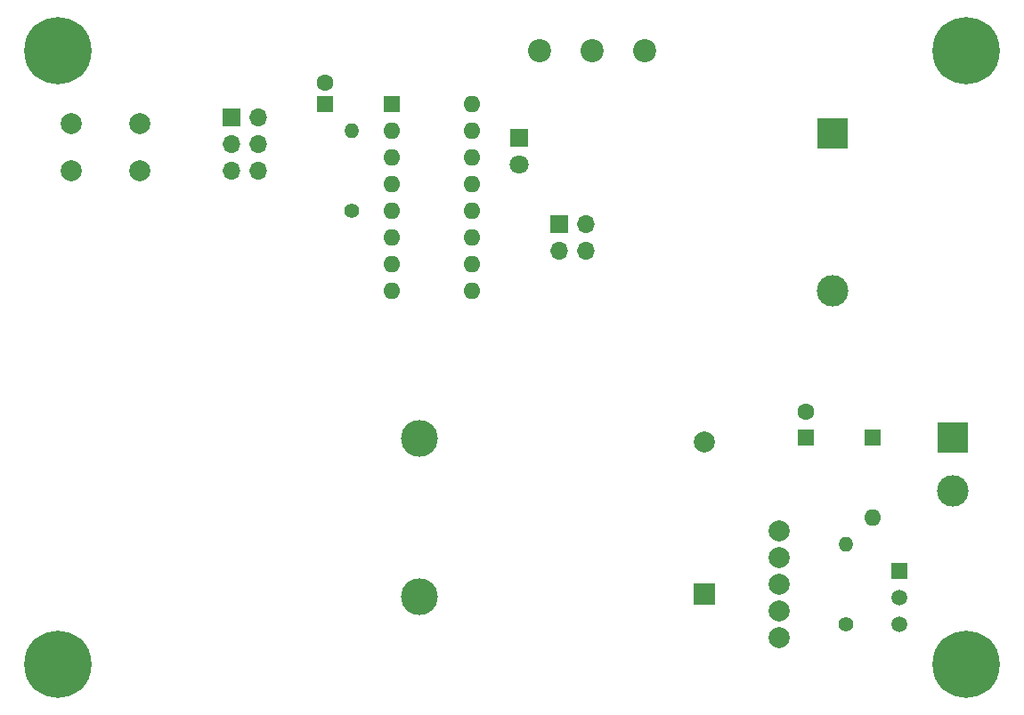
<source format=gbs>
G04 #@! TF.GenerationSoftware,KiCad,Pcbnew,(5.1.9)-1*
G04 #@! TF.CreationDate,2021-01-16T12:12:47+09:00*
G04 #@! TF.ProjectId,bf-026,62662d30-3236-42e6-9b69-6361645f7063,V01L02*
G04 #@! TF.SameCoordinates,Original*
G04 #@! TF.FileFunction,Soldermask,Bot*
G04 #@! TF.FilePolarity,Negative*
%FSLAX46Y46*%
G04 Gerber Fmt 4.6, Leading zero omitted, Abs format (unit mm)*
G04 Created by KiCad (PCBNEW (5.1.9)-1) date 2021-01-16 12:12:47*
%MOMM*%
%LPD*%
G01*
G04 APERTURE LIST*
%ADD10C,1.400000*%
%ADD11O,1.400000X1.400000*%
%ADD12R,1.700000X1.700000*%
%ADD13O,1.700000X1.700000*%
%ADD14C,6.400000*%
%ADD15R,1.600000X1.600000*%
%ADD16C,1.600000*%
%ADD17O,1.600000X1.600000*%
%ADD18R,1.800000X1.800000*%
%ADD19C,1.800000*%
%ADD20R,3.000000X3.000000*%
%ADD21C,3.000000*%
%ADD22C,1.500000*%
%ADD23R,1.500000X1.500000*%
%ADD24C,2.000000*%
%ADD25R,2.000000X2.000000*%
%ADD26C,3.500000*%
%ADD27C,2.200000*%
G04 APERTURE END LIST*
D10*
X158750000Y-80010000D03*
D11*
X158750000Y-72390000D03*
D12*
X147320000Y-71120000D03*
D13*
X149860000Y-71120000D03*
X147320000Y-73660000D03*
X149860000Y-73660000D03*
X147320000Y-76200000D03*
X149860000Y-76200000D03*
D14*
X130810000Y-64770000D03*
X130810000Y-123190000D03*
X217170000Y-123190000D03*
X217170000Y-64770000D03*
D15*
X156210000Y-69850000D03*
D16*
X156210000Y-67850000D03*
D15*
X201930000Y-101600000D03*
D16*
X201930000Y-99100000D03*
D15*
X208280000Y-101600000D03*
D17*
X208280000Y-109220000D03*
D18*
X174625000Y-73025000D03*
D19*
X174625000Y-75565000D03*
D12*
X178435000Y-81280000D03*
D13*
X180975000Y-81280000D03*
X178435000Y-83820000D03*
X180975000Y-83820000D03*
D20*
X215900000Y-101600000D03*
D21*
X215900000Y-106680000D03*
D22*
X210820000Y-116840000D03*
X210820000Y-119380000D03*
D23*
X210820000Y-114300000D03*
D11*
X205740000Y-111760000D03*
D10*
X205740000Y-119380000D03*
D24*
X132080000Y-76200000D03*
X132080000Y-71700000D03*
X138580000Y-76200000D03*
X138580000Y-71700000D03*
D15*
X162560000Y-69850000D03*
D17*
X170180000Y-87630000D03*
X162560000Y-72390000D03*
X170180000Y-85090000D03*
X162560000Y-74930000D03*
X170180000Y-82550000D03*
X162560000Y-77470000D03*
X170180000Y-80010000D03*
X162560000Y-80010000D03*
X170180000Y-77470000D03*
X162560000Y-82550000D03*
X170180000Y-74930000D03*
X162560000Y-85090000D03*
X170180000Y-72390000D03*
X162560000Y-87630000D03*
X170180000Y-69850000D03*
D25*
X192300000Y-116470000D03*
D24*
X192300000Y-102020000D03*
D26*
X165200000Y-101720000D03*
X165200000Y-116720000D03*
D20*
X204470000Y-72630000D03*
D21*
X204470000Y-87630000D03*
D27*
X176610000Y-64770000D03*
X181610000Y-64770000D03*
X186610000Y-64770000D03*
D24*
X199390000Y-113030000D03*
X199390000Y-115570000D03*
X199390000Y-118110000D03*
X199390000Y-110490000D03*
X199390000Y-120650000D03*
M02*

</source>
